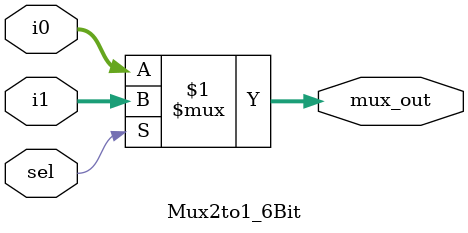
<source format=v>
`timescale 1ns / 1ps
module Mux2to1_6Bit
(
input [4:0] i0, i1,input sel,
output[4:0] mux_out
);
assign mux_out = sel ? i1 : i0;
endmodule

</source>
